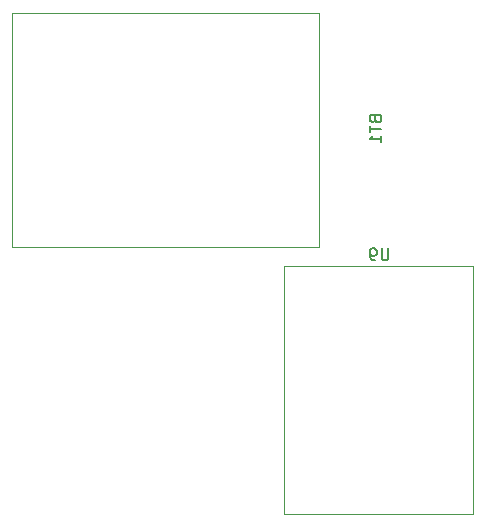
<source format=gbr>
%TF.GenerationSoftware,KiCad,Pcbnew,(5.1.10)-1*%
%TF.CreationDate,2022-02-13T15:16:36-05:00*%
%TF.ProjectId,wristband,77726973-7462-4616-9e64-2e6b69636164,rev?*%
%TF.SameCoordinates,Original*%
%TF.FileFunction,Legend,Bot*%
%TF.FilePolarity,Positive*%
%FSLAX46Y46*%
G04 Gerber Fmt 4.6, Leading zero omitted, Abs format (unit mm)*
G04 Created by KiCad (PCBNEW (5.1.10)-1) date 2022-02-13 15:16:36*
%MOMM*%
%LPD*%
G01*
G04 APERTURE LIST*
%ADD10C,0.120000*%
%ADD11C,0.150000*%
G04 APERTURE END LIST*
D10*
%TO.C,U9*%
X121600000Y-95100000D02*
X137600000Y-95100000D01*
X121600000Y-116100000D02*
X121600000Y-95100000D01*
X137600000Y-116100000D02*
X121600000Y-116100000D01*
X137600000Y-95100000D02*
X137600000Y-116100000D01*
%TO.C,BT1*%
X124600000Y-93500000D02*
X124600000Y-73700000D01*
X124600000Y-73700000D02*
X98600000Y-73700000D01*
X98600000Y-73700000D02*
X98600000Y-93500000D01*
X98600000Y-93500000D02*
X124600000Y-93500000D01*
%TO.C,U9*%
D11*
X130439904Y-93640380D02*
X130439904Y-94449904D01*
X130392285Y-94545142D01*
X130344666Y-94592761D01*
X130249428Y-94640380D01*
X130058952Y-94640380D01*
X129963714Y-94592761D01*
X129916095Y-94545142D01*
X129868476Y-94449904D01*
X129868476Y-93640380D01*
X129344666Y-94640380D02*
X129154190Y-94640380D01*
X129058952Y-94592761D01*
X129011333Y-94545142D01*
X128916095Y-94402285D01*
X128868476Y-94211809D01*
X128868476Y-93830857D01*
X128916095Y-93735619D01*
X128963714Y-93688000D01*
X129058952Y-93640380D01*
X129249428Y-93640380D01*
X129344666Y-93688000D01*
X129392285Y-93735619D01*
X129439904Y-93830857D01*
X129439904Y-94068952D01*
X129392285Y-94164190D01*
X129344666Y-94211809D01*
X129249428Y-94259428D01*
X129058952Y-94259428D01*
X128963714Y-94211809D01*
X128916095Y-94164190D01*
X128868476Y-94068952D01*
%TO.C,BT1*%
X129328571Y-82714285D02*
X129376190Y-82857142D01*
X129423809Y-82904761D01*
X129519047Y-82952380D01*
X129661904Y-82952380D01*
X129757142Y-82904761D01*
X129804761Y-82857142D01*
X129852380Y-82761904D01*
X129852380Y-82380952D01*
X128852380Y-82380952D01*
X128852380Y-82714285D01*
X128900000Y-82809523D01*
X128947619Y-82857142D01*
X129042857Y-82904761D01*
X129138095Y-82904761D01*
X129233333Y-82857142D01*
X129280952Y-82809523D01*
X129328571Y-82714285D01*
X129328571Y-82380952D01*
X128852380Y-83238095D02*
X128852380Y-83809523D01*
X129852380Y-83523809D02*
X128852380Y-83523809D01*
X129852380Y-84666666D02*
X129852380Y-84095238D01*
X129852380Y-84380952D02*
X128852380Y-84380952D01*
X128995238Y-84285714D01*
X129090476Y-84190476D01*
X129138095Y-84095238D01*
%TD*%
M02*

</source>
